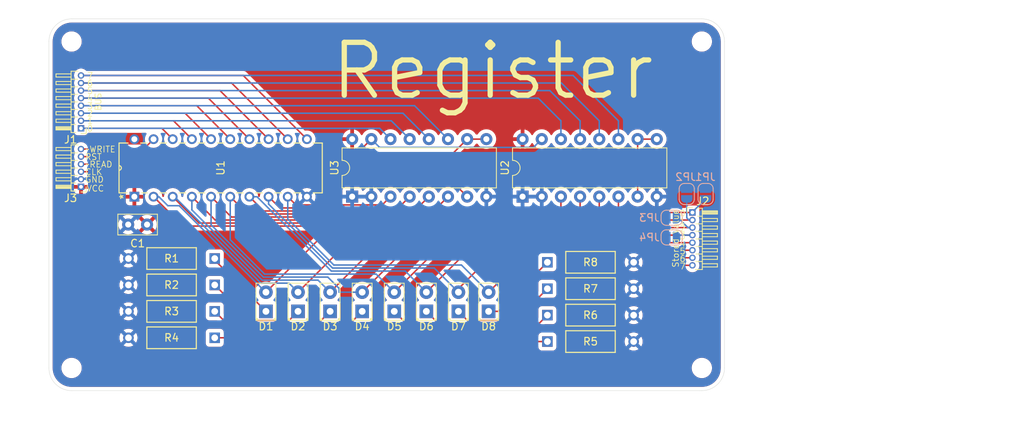
<source format=kicad_pcb>
(kicad_pcb (version 20240108) (generator "pcbnew") (generator_version "8.0")
  (layers (0 "F.Cu" signal) (31 "B.Cu" signal) (34 "B.Paste" user) (35 "F.Paste" user) (36 "B.SilkS" user "B.Silkscreen") (37 "F.SilkS" user "F.Silkscreen") (38 "B.Mask" user) (39 "F.Mask" user) (44 "Edge.Cuts" user))
  (net 0 "")
  (net 1 "GND")
  (net 2 "+5V")
  (net 3 "Net-(D1-K)")
  (net 4 "Net-(D1-A)")
  (net 5 "Net-(D2-K)")
  (net 6 "Net-(D2-A)")
  (net 7 "Net-(D3-K)")
  (net 8 "Net-(D3-A)")
  (net 9 "Net-(D4-A)")
  (net 10 "Net-(D4-K)")
  (net 11 "Net-(D5-A)")
  (net 12 "Net-(D5-K)")
  (net 13 "Net-(D6-A)")
  (net 14 "Net-(D6-K)")
  (net 15 "Net-(D7-K)")
  (net 16 "Net-(D7-A)")
  (net 17 "Net-(D8-K)")
  (net 18 "Net-(D8-A)")
  (net 19 "/Bus2")
  (net 20 "/Bus3")
  (net 21 "/Bus7")
  (net 22 "/Bus5")
  (net 23 "/Bus6")
  (net 24 "/Bus1")
  (net 25 "/Bus0")
  (net 26 "/Bus4")
  (net 27 "/~{WRITE}")
  (net 28 "/~{READ}")
  (net 29 "/CLK")
  (net 30 "/RST")
  (footprint "_DownloadFootprints:CF_series_Resistors_THT" (layer "F.Cu") (at 128.285 76)
    (property "Reference" "R7" (at 5.715 0 0) (layer "F.SilkS"))
    (property "Value" "220")
    (pad "1" thru_hole rect (at 0 0) (size 1.397 1.397) (drill 0.889) (layers "*.Cu" "*.Mask") (net 15 "Net-(D7-K)"))
    (pad "2" thru_hole circle (at 11.43 0) (size 1.397 1.397) (drill 0.889) (layers "*.Cu" "*.Mask") (net 1 "GND"))
  )
  (footprint "Package_DIP:DIP-16_W7.62mm" (layer "F.Cu") (at 125 63.8 90)
    (property "Reference" "U2" (at 3.81 -2.33 90) (layer "F.SilkS"))
    (property "Value" "74LS173")
    (pad "1" thru_hole rect (at 0 0 90) (size 1.6 1.6) (drill 0.8) (layers "*.Cu" "*.Mask") (net 1 "GND"))
    (pad "2" thru_hole oval (at 0 2.54 90) (size 1.6 1.6) (drill 0.8) (layers "*.Cu" "*.Mask") (net 1 "GND"))
    (pad "3" thru_hole oval (at 0 5.08 90) (size 1.6 1.6) (drill 0.8) (layers "*.Cu" "*.Mask") (net 9 "Net-(D4-A)"))
    (pad "4" thru_hole oval (at 0 7.62 90) (size 1.6 1.6) (drill 0.8) (layers "*.Cu" "*.Mask") (net 8 "Net-(D3-A)"))
    (pad "5" thru_hole oval (at 0 10.16 90) (size 1.6 1.6) (drill 0.8) (layers "*.Cu" "*.Mask") (net 6 "Net-(D2-A)"))
    (pad "6" thru_hole oval (at 0 12.7 90) (size 1.6 1.6) (drill 0.8) (layers "*.Cu" "*.Mask") (net 4 "Net-(D1-A)"))
    (pad "7" thru_hole oval (at 0 15.24 90) (size 1.6 1.6) (drill 0.8) (layers "*.Cu" "*.Mask") (net 29 "/CLK"))
    (pad "8" thru_hole oval (at 0 17.78 90) (size 1.6 1.6) (drill 0.8) (layers "*.Cu" "*.Mask") (net 1 "GND"))
    (pad "9" thru_hole oval (at 7.62 17.78 90) (size 1.6 1.6) (drill 0.8) (layers "*.Cu" "*.Mask") (net 28 "/~{READ}"))
    (pad "10" thru_hole oval (at 7.62 15.24 90) (size 1.6 1.6) (drill 0.8) (layers "*.Cu" "*.Mask") (net 28 "/~{READ}"))
    (pad "11" thru_hole oval (at 7.62 12.7 90) (size 1.6 1.6) (drill 0.8) (layers "*.Cu" "*.Mask") (net 21 "/Bus7"))
    (pad "12" thru_hole oval (at 7.62 10.16 90) (size 1.6 1.6) (drill 0.8) (layers "*.Cu" "*.Mask") (net 23 "/Bus6"))
    (pad "13" thru_hole oval (at 7.62 7.62 90) (size 1.6 1.6) (drill 0.8) (layers "*.Cu" "*.Mask") (net 22 "/Bus5"))
    (pad "14" thru_hole oval (at 7.62 5.08 90) (size 1.6 1.6) (drill 0.8) (layers "*.Cu" "*.Mask") (net 26 "/Bus4"))
    (pad "15" thru_hole oval (at 7.62 2.54 90) (size 1.6 1.6) (drill 0.8) (layers "*.Cu" "*.Mask") (net 30 "/RST"))
    (pad "16" thru_hole oval (at 7.62 0 90) (size 1.6 1.6) (drill 0.8) (layers "*.Cu" "*.Mask") (net 2 "+5V"))
  )
  (footprint "MountingHole:MountingHole_2.2mm_M2" (layer "F.Cu") (at 148.75 43.25)
    (property "Reference" "REF**" (hide yes))
    (property "Value" "MountingHole_2.2mm_M2")
    (pad "" np_thru_hole circle (at 0 0) (size 2.2 2.2) (drill 2.2) (layers "F&B.Cu" "*.Mask"))
  )
  (footprint "LED_THT:LED_D2.0mm_W4.8mm_H2.5mm_FlatTop" (layer "F.Cu") (at 99.5 79 90)
    (property "Reference" "D3" (at -2 0 180) (layer "F.SilkS"))
    (property "Value" "LED")
    (pad "1" thru_hole rect (at 0 0 90) (size 1.8 1.8) (drill 0.9) (layers "*.Cu" "*.Mask") (net 7 "Net-(D3-K)"))
    (pad "2" thru_hole circle (at 2.54 0 90) (size 1.8 1.8) (drill 0.9) (layers "*.Cu" "*.Mask") (net 8 "Net-(D3-A)"))
  )
  (footprint "LED_THT:LED_D2.0mm_W4.8mm_H2.5mm_FlatTop" (layer "F.Cu") (at 95.25 79 90)
    (property "Reference" "D2" (at -2 0 180) (layer "F.SilkS"))
    (property "Value" "LED")
    (pad "1" thru_hole rect (at 0 0 90) (size 1.8 1.8) (drill 0.9) (layers "*.Cu" "*.Mask") (net 5 "Net-(D2-K)"))
    (pad "2" thru_hole circle (at 2.54 0 90) (size 1.8 1.8) (drill 0.9) (layers "*.Cu" "*.Mask") (net 6 "Net-(D2-A)"))
  )
  (footprint "_DownloadFootprints:CF_series_Resistors_THT" (layer "F.Cu") (at 84.215 82.5 180)
    (property "Reference" "R4" (at 5.715 0 0) (layer "F.SilkS"))
    (property "Value" "220")
    (pad "1" thru_hole rect (at 0 0 180) (size 1.397 1.397) (drill 0.889) (layers "*.Cu" "*.Mask") (net 10 "Net-(D4-K)"))
    (pad "2" thru_hole circle (at 11.43 0 180) (size 1.397 1.397) (drill 0.889) (layers "*.Cu" "*.Mask") (net 1 "GND"))
  )
  (footprint "_DownloadFootprints:CF_series_Resistors_THT" (layer "F.Cu") (at 128.285 83)
    (property "Reference" "R5" (at 5.715 0 0) (layer "F.SilkS"))
    (property "Value" "220")
    (pad "1" thru_hole rect (at 0 0) (size 1.397 1.397) (drill 0.889) (layers "*.Cu" "*.Mask") (net 12 "Net-(D5-K)"))
    (pad "2" thru_hole circle (at 11.43 0) (size 1.397 1.397) (drill 0.889) (layers "*.Cu" "*.Mask") (net 1 "GND"))
  )
  (footprint "_DownloadFootprints:CF_series_Resistors_THT" (layer "F.Cu") (at 128.285 79.5)
    (property "Reference" "R6" (at 5.715 0 0) (layer "F.SilkS"))
    (property "Value" "220")
    (pad "1" thru_hole rect (at 0 0) (size 1.397 1.397) (drill 0.889) (layers "*.Cu" "*.Mask") (net 14 "Net-(D6-K)"))
    (pad "2" thru_hole circle (at 11.43 0) (size 1.397 1.397) (drill 0.889) (layers "*.Cu" "*.Mask") (net 1 "GND"))
  )
  (footprint "LED_THT:LED_D2.0mm_W4.8mm_H2.5mm_FlatTop" (layer "F.Cu") (at 91 79 90)
    (property "Reference" "D1" (at -2 0 180) (layer "F.SilkS"))
    (property "Value" "LED")
    (pad "1" thru_hole rect (at 0 0 90) (size 1.8 1.8) (drill 0.9) (layers "*.Cu" "*.Mask") (net 3 "Net-(D1-K)"))
    (pad "2" thru_hole circle (at 2.54 0 90) (size 1.8 1.8) (drill 0.9) (layers "*.Cu" "*.Mask") (net 4 "Net-(D1-A)"))
  )
  (footprint "Connector_PinHeader_1.00mm:PinHeader_1x08_P1.00mm_Horizontal" (layer "F.Cu") (at 66.5 54.75 180)
    (property "Reference" "J1" (at 1.375 -1.5 0) (layer "F.SilkS"))
    (property "Value" "Conn_01x08_Socket")
    (pad "1" thru_hole rect (at 0 0 180) (size 0.85 0.85) (drill 0.5) (layers "*.Cu" "*.Mask") (net 25 "/Bus0"))
    (pad "2" thru_hole oval (at 0 1 180) (size 0.85 0.85) (drill 0.5) (layers "*.Cu" "*.Mask") (net 24 "/Bus1"))
    (pad "3" thru_hole oval (at 0 2 180) (size 0.85 0.85) (drill 0.5) (layers "*.Cu" "*.Mask") (net 19 "/Bus2"))
    (pad "4" thru_hole oval (at 0 3 180) (size 0.85 0.85) (drill 0.5) (layers "*.Cu" "*.Mask") (net 20 "/Bus3"))
    (pad "5" thru_hole oval (at 0 4 180) (size 0.85 0.85) (drill 0.5) (layers "*.Cu" "*.Mask") (net 26 "/Bus4"))
    (pad "6" thru_hole oval (at 0 5 180) (size 0.85 0.85) (drill 0.5) (layers "*.Cu" "*.Mask") (net 22 "/Bus5"))
    (pad "7" thru_hole oval (at 0 6 180) (size 0.85 0.85) (drill 0.5) (layers "*.Cu" "*.Mask") (net 23 "/Bus6"))
    (pad "8" thru_hole oval (at 0 7 180) (size 0.85 0.85) (drill 0.5) (layers "*.Cu" "*.Mask") (net 21 "/Bus7"))
  )
  (footprint "Connector_PinHeader_1.00mm:PinHeader_1x08_P1.00mm_Horizontal" (layer "F.Cu") (at 147.5 65.9)
    (property "Reference" "J2" (at 1.375 -1.5 0) (layer "F.SilkS"))
    (property "Value" "Conn_01x08_Socket")
    (pad "1" thru_hole rect (at 0 0) (size 0.85 0.85) (drill 0.5) (layers "*.Cu" "*.Mask") (net 4 "Net-(D1-A)"))
    (pad "2" thru_hole oval (at 0 1) (size 0.85 0.85) (drill 0.5) (layers "*.Cu" "*.Mask") (net 6 "Net-(D2-A)"))
    (pad "3" thru_hole oval (at 0 2) (size 0.85 0.85) (drill 0.5) (layers "*.Cu" "*.Mask") (net 8 "Net-(D3-A)"))
    (pad "4" thru_hole oval (at 0 3) (size 0.85 0.85) (drill 0.5) (layers "*.Cu" "*.Mask") (net 9 "Net-(D4-A)"))
    (pad "5" thru_hole oval (at 0 4) (size 0.85 0.85) (drill 0.5) (layers "*.Cu" "*.Mask") (net 11 "Net-(D5-A)"))
    (pad "6" thru_hole oval (at 0 5) (size 0.85 0.85) (drill 0.5) (layers "*.Cu" "*.Mask") (net 13 "Net-(D6-A)"))
    (pad "7" thru_hole oval (at 0 6) (size 0.85 0.85) (drill 0.5) (layers "*.Cu" "*.Mask") (net 16 "Net-(D7-A)"))
    (pad "8" thru_hole oval (at 0 7) (size 0.85 0.85) (drill 0.5) (layers "*.Cu" "*.Mask") (net 18 "Net-(D8-A)"))
  )
  (footprint "Package_DIP:DIP-16_W7.62mm" (layer "F.Cu") (at 102.42 63.8 90)
    (property "Reference" "U3" (at 3.81 -2.33 90) (layer "F.SilkS"))
    (property "Value" "74LS173")
    (pad "1" thru_hole rect (at 0 0 90) (size 1.6 1.6) (drill 0.8) (layers "*.Cu" "*.Mask") (net 1 "GND"))
    (pad "2" thru_hole oval (at 0 2.54 90) (size 1.6 1.6) (drill 0.8) (layers "*.Cu" "*.Mask") (net 1 "GND"))
    (pad "3" thru_hole oval (at 0 5.08 90) (size 1.6 1.6) (drill 0.8) (layers "*.Cu" "*.Mask") (net 18 "Net-(D8-A)"))
    (pad "4" thru_hole oval (at 0 7.62 90) (size 1.6 1.6) (drill 0.8) (layers "*.Cu" "*.Mask") (net 16 "Net-(D7-A)"))
    (pad "5" thru_hole oval (at 0 10.16 90) (size 1.6 1.6) (drill 0.8) (layers "*.Cu" "*.Mask") (net 13 "Net-(D6-A)"))
    (pad "6" thru_hole oval (at 0 12.7 90) (size 1.6 1.6) (drill 0.8) (layers "*.Cu" "*.Mask") (net 11 "Net-(D5-A)"))
    (pad "7" thru_hole oval (at 0 15.24 90) (size 1.6 1.6) (drill 0.8) (layers "*.Cu" "*.Mask") (net 29 "/CLK"))
    (pad "8" thru_hole oval (at 0 17.78 90) (size 1.6 1.6) (drill 0.8) (layers "*.Cu" "*.Mask") (net 1 "GND"))
    (pad "9" thru_hole oval (at 7.62 17.78 90) (size 1.6 1.6) (drill 0.8) (layers "*.Cu" "*.Mask") (net 28 "/~{READ}"))
    (pad "10" thru_hole oval (at 7.62 15.24 90) (size 1.6 1.6) (drill 0.8) (layers "*.Cu" "*.Mask") (net 28 "/~{READ}"))
    (pad "11" thru_hole oval (at 7.62 12.7 90) (size 1.6 1.6) (drill 0.8) (layers "*.Cu" "*.Mask") (net 20 "/Bus3"))
    (pad "12" thru_hole oval (at 7.62 10.16 90) (size 1.6 1.6) (drill 0.8) (layers "*.Cu" "*.Mask") (net 19 "/Bus2"))
    (pad "13" thru_hole oval (at 7.62 7.62 90) (size 1.6 1.6) (drill 0.8) (layers "*.Cu" "*.Mask") (net 24 "/Bus1"))
    (pad "14" thru_hole oval (at 7.62 5.08 90) (size 1.6 1.6) (drill 0.8) (layers "*.Cu" "*.Mask") (net 25 "/Bus0"))
    (pad "15" thru_hole oval (at 7.62 2.54 90) (size 1.6 1.6) (drill 0.8) (layers "*.Cu" "*.Mask") (net 30 "/RST"))
    (pad "16" thru_hole oval (at 7.62 0 90) (size 1.6 1.6) (drill 0.8) (layers "*.Cu" "*.Mask") (net 2 "+5V"))
  )
  (footprint "_DownloadFootprints:CF_series_Resistors_THT" (layer "F.Cu") (at 84.215 79 180)
    (property "Reference" "R3" (at 5.715 0 0) (layer "F.SilkS"))
    (property "Value" "220")
    (pad "1" thru_hole rect (at 0 0 180) (size 1.397 1.397) (drill 0.889) (layers "*.Cu" "*.Mask") (net 7 "Net-(D3-K)"))
    (pad "2" thru_hole circle (at 11.43 0 180) (size 1.397 1.397) (drill 0.889) (layers "*.Cu" "*.Mask") (net 1 "GND"))
  )
  (footprint "LED_THT:LED_D2.0mm_W4.8mm_H2.5mm_FlatTop" (layer "F.Cu") (at 116.5 79 90)
    (property "Reference" "D7" (at -2 0 180) (layer "F.SilkS"))
    (property "Value" "LED")
    (pad "1" thru_hole rect (at 0 0 90) (size 1.8 1.8) (drill 0.9) (layers "*.Cu" "*.Mask") (net 15 "Net-(D7-K)"))
    (pad "2" thru_hole circle (at 2.54 0 90) (size 1.8 1.8) (drill 0.9) (layers "*.Cu" "*.Mask") (net 16 "Net-(D7-A)"))
  )
  (footprint "Capacitor_THT:C_Disc_D5.0mm_W2.5mm_P2.50mm" (layer "F.Cu") (at 75.25 67.5 180)
    (property "Reference" "C1" (at 1.25 -2.5 0) (layer "F.SilkS"))
    (property "Value" "0.1uF")
    (pad "1" thru_hole circle (at 0 0 180) (size 1.6 1.6) (drill 0.8) (layers "*.Cu" "*.Mask") (net 2 "+5V"))
    (pad "2" thru_hole circle (at 2.5 0 180) (size 1.6 1.6) (drill 0.8) (layers "*.Cu" "*.Mask") (net 1 "GND"))
  )
  (footprint "LED_THT:LED_D2.0mm_W4.8mm_H2.5mm_FlatTop" (layer "F.Cu") (at 103.75 79 90)
    (property "Reference" "D4" (at -2 0 180) (layer "F.SilkS"))
    (property "Value" "LED")
    (pad "1" thru_hole rect (at 0 0 90) (size 1.8 1.8) (drill 0.9) (layers "*.Cu" "*.Mask") (net 10 "Net-(D4-K)"))
    (pad "2" thru_hole circle (at 2.54 0 90) (size 1.8 1.8) (drill 0.9) (layers "*.Cu" "*.Mask") (net 9 "Net-(D4-A)"))
  )
  (footprint "MountingHole:MountingHole_2.2mm_M2" (layer "F.Cu") (at 65.25 86.5)
    (property "Reference" "REF**" (hide yes))
    (property "Value" "MountingHole_2.2mm_M2")
    (pad "" np_thru_hole circle (at 0 0) (size 2.2 2.2) (drill 2.2) (layers "F&B.Cu" "*.Mask"))
  )
  (footprint "LED_THT:LED_D2.0mm_W4.8mm_H2.5mm_FlatTop" (layer "F.Cu") (at 112.25 79 90)
    (property "Reference" "D6" (at -2 0 180) (layer "F.SilkS"))
    (property "Value" "LED")
    (pad "1" thru_hole rect (at 0 0 90) (size 1.8 1.8) (drill 0.9) (layers "*.Cu" "*.Mask") (net 14 "Net-(D6-K)"))
    (pad "2" thru_hole circle (at 2.54 0 90) (size 1.8 1.8) (drill 0.9) (layers "*.Cu" "*.Mask") (net 13 "Net-(D6-A)"))
  )
  (footprint "MountingHole:MountingHole_2.2mm_M2" (layer "F.Cu") (at 148.75 86.5)
    (property "Reference" "REF**" (hide yes))
    (property "Value" "MountingHole_2.2mm_M2")
    (pad "" np_thru_hole circle (at 0 0) (size 2.2 2.2) (drill 2.2) (layers "F&B.Cu" "*.Mask"))
  )
  (footprint "_DownloadFootprints:CF_series_Resistors_THT" (layer "F.Cu") (at 128.285 72.5)
    (property "Reference" "R8" (at 5.715 0 0) (layer "F.SilkS"))
    (property "Value" "220")
    (pad "1" thru_hole rect (at 0 0) (size 1.397 1.397) (drill 0.889) (layers "*.Cu" "*.Mask") (net 17 "Net-(D8-K)"))
    (pad "2" thru_hole circle (at 11.43 0) (size 1.397 1.397) (drill 0.889) (layers "*.Cu" "*.Mask") (net 1 "GND"))
  )
  (footprint "_DownloadFootprints:CF_series_Resistors_THT" (layer "F.Cu") (at 84.215 72 180)
    (property "Reference" "R1" (at 5.715 0 0) (layer "F.SilkS"))
    (property "Value" "220")
    (pad "1" thru_hole rect (at 0 0 180) (size 1.397 1.397) (drill 0.889) (layers "*.Cu" "*.Mask") (net 3 "Net-(D1-K)"))
    (pad "2" thru_hole circle (at 11.43 0 180) (size 1.397 1.397) (drill 0.889) (layers "*.Cu" "*.Mask") (net 1 "GND"))
  )
  (footprint "LED_THT:LED_D2.0mm_W4.8mm_H2.5mm_FlatTop" (layer "F.Cu") (at 120.5 79 90)
    (property "Reference" "D8" (at -2 0 180) (layer "F.SilkS"))
    (property "Value" "LED")
    (pad "1" thru_hole rect (at 0 0 90) (size 1.8 1.8) (drill 0.9) (layers "*.Cu" "*.Mask") (net 17 "Net-(D8-K)"))
    (pad "2" thru_hole circle (at 2.54 0 90) (size 1.8 1.8) (drill 0.9) (layers "*.Cu" "*.Mask") (net 18 "Net-(D8-A)"))
  )
  (footprint "_DownloadFootprints:CF_series_Resistors_THT" (layer "F.Cu") (at 84.215 75.5 180)
    (property "Reference" "R2" (at 5.715 0 0) (layer "F.SilkS"))
    (property "Value" "220")
    (pad "1" thru_hole rect (at 0 0 180) (size 1.397 1.397) (drill 0.889) (layers "*.Cu" "*.Mask") (net 5 "Net-(D2-K)"))
    (pad "2" thru_hole circle (at 11.43 0 180) (size 1.397 1.397) (drill 0.889) (layers "*.Cu" "*.Mask") (net 1 "GND"))
  )
  (footprint "_DownloadFootprints:8x_tristate_transceiver" (layer "F.Cu") (at 96.43 56.19 90)
    (property "Reference" "U1" (at -3.81 -11.43 90) (layer "F.SilkS"))
    (property "Value" "SN74HCT245N")
    (fp_text user "*" (at -7.62 -24.2697 90) (layer "F.SilkS"))
    (pad "1" thru_hole rect (at -7.62 -22.86 90) (size 1.2954 1.2954) (drill 0.7874) (layers "*.Cu" "*.Mask") (net 2 "+5V"))
    (pad "2" thru_hole circle (at -7.62 -20.32 90) (size 1.2954 1.2954) (drill 0.7874) (layers "*.Cu" "*.Mask") (net 4 "Net-(D1-A)"))
    (pad "3" thru_hole circle (at -7.62 -17.78 90) (size 1.2954 1.2954) (drill 0.7874) (layers "*.Cu" "*.Mask") (net 6 "Net-(D2-A)"))
    (pad "4" thru_hole circle (at -7.62 -15.24 90) (size 1.2954 1.2954) (drill 0.7874) (layers "*.Cu" "*.Mask") (net 8 "Net-(D3-A)"))
    (pad "5" thru_hole circle (at -7.62 -12.7 90) (size 1.2954 1.2954) (drill 0.7874) (layers "*.Cu" "*.Mask") (net 9 "Net-(D4-A)"))
    (pad "6" thru_hole circle (at -7.62 -10.16 90) (size 1.2954 1.2954) (drill 0.7874) (layers "*.Cu" "*.Mask") (net 11 "Net-(D5-A)"))
    (pad "7" thru_hole circle (at -7.62 -7.62 90) (size 1.2954 1.2954) (drill 0.7874) (layers "*.Cu" "*.Mask") (net 13 "Net-(D6-A)"))
    (pad "8" thru_hole circle (at -7.62 -5.08 90) (size 1.2954 1.2954) (drill 0.7874) (layers "*.Cu" "*.Mask") (net 16 "Net-(D7-A)"))
    (pad "9" thru_hole circle (at -7.62 -2.54 90) (size 1.2954 1.2954) (drill 0.7874) (layers "*.Cu" "*.Mask") (net 18 "Net-(D8-A)"))
    (pad "10" thru_hole circle (at -7.62 0 90) (size 1.2954 1.2954) (drill 0.7874) (layers "*.Cu" "*.Mask") (net 1 "GND"))
    (pad "11" thru_hole circle (at 0 0 90) (size 1.2954 1.2954) (drill 0.7874) (layers "*.Cu" "*.Mask") (net 21 "/Bus7"))
    (pad "12" thru_hole circle (at 0 -2.54 90) (size 1.2954 1.2954) (drill 0.7874) (layers "*.Cu" "*.Mask") (net 23 "/Bus6"))
    (pad "13" thru_hole circle (at 0 -5.08 90) (size 1.2954 1.2954) (drill 0.7874) (layers "*.Cu" "*.Mask") (net 22 "/Bus5"))
    (pad "14" thru_hole circle (at 0 -7.62 90) (size 1.2954 1.2954) (drill 0.7874) (layers "*.Cu" "*.Mask") (net 26 "/Bus4"))
    (pad "15" thru_hole circle (at 0 -10.16 90) (size 1.2954 1.2954) (drill 0.7874) (layers "*.Cu" "*.Mask") (net 20 "/Bus3"))
    (pad "16" thru_hole circle (at 0 -12.7 90) (size 1.2954 1.2954) (drill 0.7874) (layers "*.Cu" "*.Mask") (net 19 "/Bus2"))
    (pad "17" thru_hole circle (at 0 -15.24 90) (size 1.2954 1.2954) (drill 0.7874) (layers "*.Cu" "*.Mask") (net 24 "/Bus1"))
    (pad "18" thru_hole circle (at 0 -17.78 90) (size 1.2954 1.2954) (drill 0.7874) (layers "*.Cu" "*.Mask") (net 25 "/Bus0"))
    (pad "19" thru_hole circle (at 0 -20.32 90) (size 1.2954 1.2954) (drill 0.7874) (layers "*.Cu" "*.Mask") (net 27 "/~{WRITE}"))
    (pad "20" thru_hole circle (at 0 -22.86 90) (size 1.2954 1.2954) (drill 0.7874) (layers "*.Cu" "*.Mask") (net 2 "+5V"))
  )
  (footprint "Connector_PinHeader_1.00mm:PinHeader_1x06_P1.00mm_Horizontal" (layer "F.Cu") (at 66.5 62.5 180)
    (property "Reference" "J3" (at 1.375 -1.5 0) (layer "F.SilkS"))
    (property "Value" "Conn_01x06_Pin")
    (pad "1" thru_hole rect (at 0 0 180) (size 0.85 0.85) (drill 0.5) (layers "*.Cu" "*.Mask") (net 2 "+5V"))
    (pad "2" thru_hole oval (at 0 1 180) (size 0.85 0.85) (drill 0.5) (layers "*.Cu" "*.Mask") (net 1 "GND"))
    (pad "3" thru_hole oval (at 0 2 180) (size 0.85 0.85) (drill 0.5) (layers "*.Cu" "*.Mask") (net 29 "/CLK"))
    (pad "4" thru_hole oval (at 0 3 180) (size 0.85 0.85) (drill 0.5) (layers "*.Cu" "*.Mask") (net 28 "/~{READ}"))
    (pad "5" thru_hole oval (at 0 4 180) (size 0.85 0.85) (drill 0.5) (layers "*.Cu" "*.Mask") (net 30 "/RST"))
    (pad "6" thru_hole oval (at 0 5 180) (size 0.85 0.85) (drill 0.5) (layers "*.Cu" "*.Mask") (net 27 "/~{WRITE}"))
  )
  (footprint "MountingHole:MountingHole_2.2mm_M2" (layer "F.Cu") (at 65.25 43.25)
    (property "Reference" "REF**" (hide yes))
    (property "Value" "MountingHole_2.2mm_M2")
    (pad "" np_thru_hole circle (at 0 0) (size 2.2 2.2) (drill 2.2) (layers "*.Cu" "*.Mask"))
  )
  (footprint "LED_THT:LED_D2.0mm_W4.8mm_H2.5mm_FlatTop" (layer "F.Cu") (at 108 79 90)
    (property "Reference" "D5" (at -2 0 180) (layer "F.SilkS"))
    (property "Value" "LED")
    (pad "1" thru_hole rect (at 0 0 90) (size 1.8 1.8) (drill 0.9) (layers "*.Cu" "*.Mask") (net 12 "Net-(D5-K)"))
    (pad "2" thru_hole circle (at 2.54 0 90) (size 1.8 1.8) (drill 0.9) (layers "*.Cu" "*.Mask") (net 11 "Net-(D5-A)"))
  )
  (footprint "Jumper:SolderJumper-2_P1.3mm_Open_RoundedPad1.0x1.5mm" (layer "B.Cu") (at 144.75 69.2)
    (property "Reference" "JP4" (at -2.95 0 360) (layer "B.SilkS") (effects (justify mirror)))
    (property "Value" "SolderJumper_2_Open")
    (pad "1" smd custom (at -0.65 0) (size 1 0.5) (layers "B.Cu" "B.Mask") (net 1 "GND") (options (clearance outline) (anchor rect)) (primitives (gr_circle (center 0 -0.25) (end 0.5 -0.25) (width 0) (fill yes)) (gr_circle (center 0 0.25) (end 0.5 0.25) (width 0) (fill yes)) (gr_poly (pts (xy 0.5 -0.75) (xy 0 -0.75) (xy 0 0.75) (xy 0.5 0.75)) (width 0) (fill yes))))
    (pad "2" smd custom (at 0.65 0) (size 1 0.5) (layers "B.Cu" "B.Mask") (net 9 "Net-(D4-A)") (options (clearance outline) (anchor rect)) (primitives (gr_circle (center 0 -0.25) (end 0.5 -0.25) (width 0) (fill yes)) (gr_circle (center 0 0.25) (end 0.5 0.25) (width 0) (fill yes)) (gr_poly (pts (xy 0 -0.75) (xy -0.5 -0.75) (xy -0.5 0.75) (xy 0 0.75)) (width 0) (fill yes))))
  )
  (footprint "Jumper:SolderJumper-2_P1.3mm_Open_RoundedPad1.0x1.5mm" (layer "B.Cu") (at 149.25 63.45 -90)
    (property "Reference" "JP1" (at -2.25 0.05 360) (layer "B.SilkS") (effects (justify mirror)))
    (property "Value" "SolderJumper_2_Open")
    (pad "1" smd custom (at -0.65 0 270) (size 1 0.5) (layers "B.Cu" "B.Mask") (net 1 "GND") (options (clearance outline) (anchor rect)) (primitives (gr_circle (center 0 -0.25) (end 0.5 -0.25) (width 0) (fill yes)) (gr_circle (center 0 0.25) (end 0.5 0.25) (width 0) (fill yes)) (gr_poly (pts (xy 0.5 -0.75) (xy 0 -0.75) (xy 0 0.75) (xy 0.5 0.75)) (width 0) (fill yes))))
    (pad "2" smd custom (at 0.65 0 270) (size 1 0.5) (layers "B.Cu" "B.Mask") (net 4 "Net-(D1-A)") (options (clearance outline) (anchor rect)) (primitives (gr_circle (center 0 -0.25) (end 0.5 -0.25) (width 0) (fill yes)) (gr_circle (center 0 0.25) (end 0.5 0.25) (width 0) (fill yes)) (gr_poly (pts (xy 0 -0.75) (xy -0.5 -0.75) (xy -0.5 0.75) (xy 0 0.75)) (width 0) (fill yes))))
  )
  (footprint "Jumper:SolderJumper-2_P1.3mm_Open_RoundedPad1.0x1.5mm" (layer "B.Cu") (at 144.75 66.6)
    (property "Reference" "JP3" (at -2.95 0 360) (layer "B.SilkS") (effects (justify mirror)))
    (property "Value" "SolderJumper_2_Open")
    (pad "1" smd custom (at -0.65 0) (size 1 0.5) (layers "B.Cu" "B.Mask") (net 1 "GND") (options (clearance outline) (anchor rect)) (primitives (gr_circle (center 0 -0.25) (end 0.5 -0.25) (width 0) (fill yes)) (gr_circle (center 0 0.25) (end 0.5 0.25) (width 0) (fill yes)) (gr_poly (pts (xy 0.5 -0.75) (xy 0 -0.75) (xy 0 0.75) (xy 0.5 0.75)) (width 0) (fill yes))))
    (pad "2" smd custom (at 0.65 0) (size 1 0.5) (layers "B.Cu" "B.Mask") (net 8 "Net-(D3-A)") (options (clearance outline) (anchor rect)) (primitives (gr_circle (center 0 -0.25) (end 0.5 -0.25) (width 0) (fill yes)) (gr_circle (center 0 0.25) (end 0.5 0.25) (width 0) (fill yes)) (gr_poly (pts (xy 0 -0.75) (xy -0.5 -0.75) (xy -0.5 0.75) (xy 0 0.75)) (width 0) (fill yes))))
  )
  (footprint "Jumper:SolderJumper-2_P1.3mm_Open_RoundedPad1.0x1.5mm" (layer "B.Cu") (at 146.75 63.45 -90)
    (property "Reference" "JP2" (at -2.25 0.15 360) (layer "B.SilkS") (effects (justify mirror)))
    (property "Value" "SolderJumper_2_Open")
    (pad "1" smd custom (at -0.65 0 270) (size 1 0.5) (layers "B.Cu" "B.Mask") (net 1 "GND") (options (clearance outline) (anchor rect)) (primitives (gr_circle (center 0 -0.25) (end 0.5 -0.25) (width 0) (fill yes)) (gr_circle (center 0 0.25) (end 0.5 0.25) (width 0) (fill yes)) (gr_poly (pts (xy 0.5 -0.75) (xy 0 -0.75) (xy 0 0.75) (xy 0.5 0.75)) (width 0) (fill yes))))
    (pad "2" smd custom (at 0.65 0 270) (size 1 0.5) (layers "B.Cu" "B.Mask") (net 6 "Net-(D2-A)") (options (clearance outline) (anchor rect)) (primitives (gr_circle (center 0 -0.25) (end 0.5 -0.25) (width 0) (fill yes)) (gr_circle (center 0 0.25) (end 0.5 0.25) (width 0) (fill yes)) (gr_poly (pts (xy 0 -0.75) (xy -0.5 -0.75) (xy -0.5 0.75) (xy 0 0.75)) (width 0) (fill yes))))
  )
  (gr_arc (start 62.25 43.25) (mid 63.12868 41.12868) (end 65.25 40.25) (stroke (width 0.05)) (layer "Edge.Cuts"))
  (gr_arc (start 151.75 86.5) (mid 150.87132 88.62132) (end 148.75 89.5) (stroke (width 0.05)) (layer "Edge.Cuts"))
  (gr_line (start 151.75 43.25) (end 151.75 86.5) (stroke (width 0.05)) (layer "Edge.Cuts"))
  (gr_line (start 148.75 89.5) (end 65.25 89.5) (stroke (width 0.05)) (layer "Edge.Cuts"))
  (gr_arc (start 65.25 89.5) (mid 63.12868 88.62132) (end 62.25 86.5) (stroke (width 0.05)) (layer "Edge.Cuts"))
  (gr_arc (start 148.75 40.25) (mid 150.87132 41.12868) (end 151.75 43.25) (stroke (width 0.05)) (layer "Edge.Cuts"))
  (gr_line (start 65.25 40.25) (end 148.75 40.25) (stroke (width 0.05)) (layer "Edge.Cuts"))
  (gr_line (start 62.25 86.5) (end 62.25 43.25) (stroke (width 0.05)) (layer "Edge.Cuts"))
  (gr_text "4" (at 145.75 70.5 0) (layer "F.SilkS") (effects (font (size 0.8 0.8) (thickness 0.1)) (justify left bottom)))
  (gr_text "0" (at 67.25 55.25 0) (layer "F.SilkS") (effects (font (size 0.8 0.8) (thickness 0.1)) (justify left bottom)))
  (gr_text "3" (at 67.25 52.25 0) (layer "F.SilkS") (effects (font (size 0.8 0.8) (thickness 0.1)) (justify left bottom)))
  (gr_text "5" (at 67.25 50.25 0) (layer "F.SilkS") (effects (font (size 0.8 0.8) (thickness 0.1)) (justify left bottom)))
  (gr_text "1" (at 67.25 54.25 0) (layer "F.SilkS") (effects (font (size 0.8 0.8) (thickness 0.1)) (justify left bottom)))
  (gr_text "~READ" (at 67 60 0) (layer "F.SilkS") (effects (font (size 0.8 0.8) (thickness 0.1)) (justify left bottom)))
  (gr_text "0" (at 145.75 66.5 0) (layer "F.SilkS") (effects (font (size 0.8 0.8) (thickness 0.1)) (justify left bottom)))
  (gr_text "7" (at 67.25 48.25 0) (layer "F.SilkS") (effects (font (size 0.8 0.8) (thickness 0.1)) (justify left bottom)))
  (gr_text "2" (at 145.75 68.5 0) (layer "F.SilkS") (effects (font (size 0.8 0.8) (thickness 0.1)) (justify left bottom)))
  (gr_text "3" (at 145.75 69.5 0) (layer "F.SilkS") (effects (font (size 0.8 0.8) (thickness 0.1)) (justify left bottom)))
  (gr_text "1" (at 145.75 67.5 0) (layer "F.SilkS") (effects (font (size 0.8 0.8) (thickness 0.1)) (justify left bottom)))
  (gr_text "CLK" (at 67 61 0) (layer "F.SilkS") (effects (font (size 0.8 0.8) (thickness 0.1)) (justify left bottom)))
  (gr_text "RST" (at 67 59 0) (layer "F.SilkS") (effects (font (size 0.8 0.8) (thickness 0.1)) (justify left bottom)))
  (gr_text "7" (at 145.75 73.5 0) (layer "F.SilkS") (effects (font (size 0.8 0.8) (thickness 0.1)) (justify left bottom)))
  (gr_text "BUS" (at 69.25 52.5 90) (layer "F.SilkS") (effects (font (size 0.8 0.8) (thickness 0.1)) (justify left bottom)))
  (gr_text "6" (at 67.25 49.25 0) (layer "F.SilkS") (effects (font (size 0.8 0.8) (thickness 0.1)) (justify left bottom)))
  (gr_text "~WRITE" (at 67 58 0) (layer "F.SilkS") (effects (font (size 0.8 0.8) (thickness 0.1)) (justify left bottom)))
  (gr_text "2" (at 67.25 53.25 0) (layer "F.SilkS") (effects (font (size 0.8 0.8) (thickness 0.1)) (justify left bottom)))
  (gr_text "Stored Value" (at 145.75 73.25 90) (layer "F.SilkS") (effects (font (size 0.8 0.8) (thickness 0.1)) (justify left bottom)))
  (gr_text "6" (at 145.75 72.5 0) (layer "F.SilkS") (effects (font (size 0.8 0.8) (thickness 0.1)) (justify left bottom)))
  (gr_text "4" (at 67.25 51.25 0) (layer "F.SilkS") (effects (font (size 0.8 0.8) (thickness 0.1)) (justify left bottom)))
  (gr_text "VCC" (at 67.185 63.185 0) (layer "F.SilkS") (effects (font (size 0.8 0.8) (thickness 0.1)) (justify left bottom)))
  (gr_text "Register" (at 99.25 51.25 0) (layer "F.SilkS") (effects (font (size 7 7) (thickness 0.7)) (justify left bottom)))
  (gr_text "GND" (at 67 62 0) (layer "F.SilkS") (effects (font (size 0.8 0.8) (thickness 0.1)) (justify left bottom)))
  (gr_text "5" (at 145.75 71.5 0) (layer "F.SilkS") (effects (font (size 0.8 0.8) (thickness 0.1)) (justify left bottom)))
  (segment (start 91 79) (end 84.215 72.215) (width 0.2) (layer "F.Cu") (net 3))
  (segment (start 84.215 72.215) (end 84.215 72) (width 0.2) (layer "F.Cu") (net 3))
  (segment (start 143.6 65.9) (end 147.5 65.9) (width 0.2) (layer "F.Cu") (net 4))
  (segment (start 99.76 67.7) (end 91 76.46) (width 0.2) (layer "F.Cu") (net 4))
  (segment (start 137.7 63.8) (end 137.7 66.22) (width 0.2) (layer "F.Cu") (net 4))
  (segment (start 141.8 67.7) (end 143.6 65.9) (width 0.2) (layer "F.Cu") (net 4))
  (segment (start 141.8 67.7) (end 99.76 67.7) (width 0.2) (layer "F.Cu") (net 4))
  (segment (start 80 67.7) (end 76.11 63.81) (width 0.2) (layer "F.Cu") (net 4))
  (segment (start 136.22 67.7) (end 80 67.7) (width 0.2) (layer "F.Cu") (net 4))
  (segment (start 137.7 66.22) (end 136.22 67.7) (width 0.2) (layer "F.Cu") (net 4))
  (segment (start 79.5 65) (end 78 65) (width 0.2) (layer "B.Cu") (net 4))
  (segment (start 91 76.46) (end 90.96 76.46) (width 0.2) (layer "B.Cu") (net 4))
  (segment (start 78 65) (end 76.81 63.81) (width 0.2) (layer "B.Cu") (net 4))
  (segment (start 90.96 76.46) (end 79.5 65) (width 0.2) (layer "B.Cu") (net 4))
  (segment (start 76.81 63.81) (end 76.11 63.81) (width 0.2) (layer "B.Cu") (net 4))
  (segment (start 147.5 65.85) (end 147.5 65.9) (width 0.2) (layer "B.Cu") (net 4))
  (segment (start 149.25 64.1) (end 147.5 65.85) (width 0.2) (layer "B.Cu") (net 4))
  (segment (start 95.25 79) (end 94.05 80.2) (width 0.2) (layer "F.Cu") (net 5))
  (segment (start 88.915 80.2) (end 84.215 75.5) (width 0.2) (layer "F.Cu") (net 5))
  (segment (start 94.05 80.2) (end 88.915 80.2) (width 0.2) (layer "F.Cu") (net 5))
  (segment (start 143.165686 66.9) (end 147.5 66.9) (width 0.2) (layer "F.Cu") (net 6))
  (segment (start 82.14 67.3) (end 134.08 67.3) (width 0.2) (layer "F.Cu") (net 6))
  (segment (start 78.65 63.81) (end 82.14 67.3) (width 0.2) (layer "F.Cu") (net 6))
  (segment (start 141.965686 68.1) (end 143.165686 66.9) (width 0.2) (layer "F.Cu") (net 6))
  (segment (start 103.61 68.1) (end 95.25 76.46) (width 0.2) (layer "F.Cu") (net 6))
  (segment (start 141.965686 68.1) (end 103.61 68.1) (width 0.2) (layer "F.Cu") (net 6))
  (segment (start 134.08 67.3) (end 135.16 66.22) (width 0.2) (layer "F.Cu") (net 6))
  (segment (start 135.16 66.22) (end 135.16 63.8) (width 0.2) (layer "F.Cu") (net 6))
  (segment (start 146.75 64.1) (end 146.75 66.6) (width 0.2) (layer "B.Cu") (net 6))
  (segment (start 147.05 66.9) (end 147.5 66.9) (width 0.2) (layer "B.Cu") (net 6))
  (segment (start 146.75 66.6) (end 147.05 66.9) (width 0.2) (layer "B.Cu") (net 6))
  (segment (start 95.25 76.46) (end 94.05 75.26) (width 0.2) (layer "B.Cu") (net 6))
  (segment (start 78.875686 63.81) (end 78.65 63.81) (width 0.2) (layer "B.Cu") (net 6))
  (segment (start 90.325686 75.26) (end 78.875686 63.81) (width 0.2) (layer "B.Cu") (net 6))
  (segment (start 94.05 75.26) (end 90.325686 75.26) (width 0.2) (layer "B.Cu") (net 6))
  (segment (start 85.815 80.6) (end 84.215 79) (width 0.2) (layer "F.Cu") (net 7))
  (segment (start 97.9 80.6) (end 85.815 80.6) (width 0.2) (layer "F.Cu") (net 7))
  (segment (start 99.5 79) (end 97.9 80.6) (width 0.2) (layer "F.Cu") (net 7))
  (segment (start 132.62 63.8) (end 132.62 66.22) (width 0.2) (layer "F.Cu") (net 8))
  (segment (start 107.46 68.5) (end 142.131372 68.5) (width 0.2) (layer "F.Cu") (net 8))
  (segment (start 84.28 66.9) (end 81.19 63.81) (width 0.2) (layer "F.Cu") (net 8))
  (segment (start 131.94 66.9) (end 84.28 66.9) (width 0.2) (layer "F.Cu") (net 8))
  (segment (start 99.5 76.46) (end 107.46 68.5) (width 0.2) (layer "F.Cu") (net 8))
  (segment (start 142.131372 68.5) (end 142.731372 67.9) (width 0.2) (layer "F.Cu") (net 8))
  (segment (start 132.62 66.22) (end 131.94 66.9) (width 0.2) (layer "F.Cu") (net 8))
  (segment (start 142.731372 67.9) (end 147.5 67.9) (width 0.2) (layer "F.Cu") (net 8))
  (segment (start 146.9 67.9) (end 147.5 67.9) (width 0.2) (layer "B.Cu") (net 8))
  (segment (start 81.19 65.558628) (end 81.19 63.81) (width 0.2) (layer "B.Cu") (net 8))
  (segment (start 99.5 76.46) (end 97.9 74.86) (width 0.2) (layer "B.Cu") (net 8))
  (segment (start 145.4 66.6) (end 145.6 66.6) (width 0.2) (layer "B.Cu") (net 8))
  (segment (start 97.9 74.86) (end 90.491372 74.86) (width 0.2) (layer "B.Cu") (net 8))
  (segment (start 145.6 66.6) (end 146.9 67.9) (width 0.2) (layer "B.Cu") (net 8))
  (segment (start 90.491372 74.86) (end 81.19 65.558628) (width 0.2) (layer "B.Cu") (net 8))
  (segment (start 111.31 68.9) (end 147.5 68.9) (width 0.2) (layer "F.Cu") (net 9))
  (segment (start 86.42 66.5) (end 129.8 66.5) (width 0.2) (layer "F.Cu") (net 9))
  (segment (start 129.8 66.5) (end 130.08 66.22) (width 0.2) (layer "F.Cu") (net 9))
  (segment (start 83.73 63.81) (end 86.42 66.5) (width 0.2) (layer "F.Cu") (net 9))
  (segment (start 103.75 76.46) (end 111.31 68.9) (width 0.2) (layer "F.Cu") (net 9))
  (segment (start 130.08 66.22) (end 130.08 63.8) (width 0.2) (layer "F.Cu") (net 9))
  (segment (start 99.197057 74.46) (end 90.657058 74.46) (width 0.2) (layer "B.Cu") (net 9))
  (segment (start 100.7 75.962943) (end 99.197057 74.46) (width 0.2) (layer "B.Cu") (net 9))
  (segment (start 83.73 67.532942) (end 83.73 63.81) (width 0.2) (layer "B.Cu") (net 9))
  (segment (start 90.657058 74.46) (end 83.73 67.532942) (width 0.2) (layer "B.Cu") (net 9))
  (segment (start 145.4 69.2) (end 145.6 69.2) (width 0.2) (layer "B.Cu") (net 9))
  (segment (start 103.75 76.46) (end 100.7 76.46) (width 0.2) (layer "B.Cu") (net 9))
  (segment (start 145.9 68.9) (end 147.5 68.9) (width 0.2) (layer "B.Cu") (net 9))
  (segment (start 100.7 76.46) (end 100.7 75.962943) (width 0.2) (layer "B.Cu") (net 9))
  (segment (start 145.6 69.2) (end 145.9 68.9) (width 0.2) (layer "B.Cu") (net 9))
  (segment (start 100.25 82.5) (end 84.215 82.5) (width 0.2) (layer "F.Cu") (net 10))
  (segment (start 103.75 79) (end 100.25 82.5) (width 0.2) (layer "F.Cu") (net 10))
  (segment (start 112.82 66.1) (end 88.56 66.1) (width 0.2) (layer "F.Cu") (net 11))
  (segment (start 115.16 69.3) (end 142.446068 69.3) (width 0.2) (layer "F.Cu") (net 11))
  (segment (start 142.446068 69.3) (end 143.046068 69.9) (width 0.2) (layer "F.Cu") (net 11))
  (segment (start 108 76.46) (end 115.16 69.3) (width 0.2) (layer "F.Cu") (net 11))
  (segment (start 143.046068 69.9) (end 147.5 69.9) (width 0.2) (layer "F.Cu") (net 11))
  (segment (start 88.56 66.1) (end 86.27 63.81) (width 0.2) (layer "F.Cu") (net 11))
  (segment (start 115.12 63.8) (end 112.82 66.1) (width 0.2) (layer "F.Cu") (net 11))
  (segment (start 90.822744 74.06) (end 105.6 74.06) (width 0.2) (layer "B.Cu") (net 11))
  (segment (start 105.6 74.06) (end 108 76.46) (width 0.2) (layer "B.Cu") (net 11))
  (segment (start 86.27 69.507256) (end 90.822744 74.06) (width 0.2) (layer "B.Cu") (net 11))
  (segment (start 86.27 63.81) (end 86.27 69.507256) (width 0.2) (layer "B.Cu") (net 11))
  (segment (start 112 83) (end 128.285 83) (width 0.2) (layer "F.Cu") (net 12))
  (segment (start 108 79) (end 112 83) (width 0.2) (layer "F.Cu") (net 12))
  (segment (start 112.58 63.8) (end 110.68 65.7) (width 0.2) (layer "F.Cu") (net 13))
  (segment (start 110.68 65.7) (end 90.7 65.7) (width 0.2) (layer "F.Cu") (net 13))
  (segment (start 142.280382 69.7) (end 143.480382 70.9) (width 0.2) (layer "F.Cu") (net 13))
  (segment (start 90.7 65.7) (end 88.81 63.81) (width 0.2) (layer "F.Cu") (net 13))
  (segment (start 143.480382 70.9) (end 147.5 70.9) (width 0.2) (layer "F.Cu") (net 13))
  (segment (start 119.01 69.7) (end 142.280382 69.7) (width 0.2) (layer "F.Cu") (net 13))
  (segment (start 112.25 76.46) (end 119.01 69.7) (width 0.2) (layer "F.Cu") (net 13))
  (segment (start 109.45 73.66) (end 112.25 76.46) (width 0.2) (layer "B.Cu") (net 13))
  (segment (start 89.81 63.81) (end 99.66 73.66) (width 0.2) (layer "B.Cu") (net 13))
  (segment (start 99.66 73.66) (end 109.45 73.66) (width 0.2) (layer "B.Cu") (net 13))
  (segment (start 88.81 63.81) (end 89.81 63.81) (width 0.2) (layer "B.Cu") (net 13))
  (segment (start 127.185 80.6) (end 128.285 79.5) (width 0.2) (layer "F.Cu") (net 14))
  (segment (start 112.25 79) (end 113.85 80.6) (width 0.2) (layer "F.Cu") (net 14))
  (segment (start 113.85 80.6) (end 127.185 80.6) (width 0.2) (layer "F.Cu") (net 14))
  (segment (start 124.085 80.2) (end 128.285 76) (width 0.2) (layer "F.Cu") (net 15))
  (segment (start 116.5 79) (end 117.7 80.2) (width 0.2) (layer "F.Cu") (net 15))
  (segment (start 117.7 80.2) (end 124.085 80.2) (width 0.2) (layer "F.Cu") (net 15))
  (segment (start 122.4 70.1) (end 142.114696 70.1) (width 0.2) (layer "F.Cu") (net 16))
  (segment (start 108.54 65.3) (end 92.84 65.3) (width 0.2) (layer "F.Cu") (net 16))
  (segment (start 142.114696 70.1) (end 143.914696 71.9) (width 0.2) (layer "F.Cu") (net 16))
  (segment (start 110.04 63.8) (end 108.54 65.3) (width 0.2) (layer "F.Cu") (net 16))
  (segment (start 92.84 65.3) (end 91.35 63.81) (width 0.2) (layer "F.Cu") (net 16))
  (segment (start 143.914696 71.9) (end 147.5 71.9) (width 0.2) (layer "F.Cu") (net 16))
  (segment (start 116.5 76) (end 122.4 70.1) (width 0.2) (layer "F.Cu") (net 16))
  (segment (start 116.5 76.46) (end 116.5 76) (width 0.2) (layer "F.Cu") (net 16))
  (segment (start 99.825686 73.26) (end 113.3 73.26) (width 0.2) (layer "B.Cu") (net 16))
  (segment (start 91.35 64.784314) (end 99.825686 73.26) (width 0.2) (layer "B.Cu") (net 16))
  (segment (start 113.3 73.26) (end 116.5 76.46) (width 0.2) (layer "B.Cu") (net 16))
  (segment (start 91.35 63.81) (end 91.35 64.784314) (width 0.2) (layer "B.Cu") (net 16))
  (segment (start 120.5 79) (end 121.785 79) (width 0.2) (layer "F.Cu") (net 17))
  (segment (start 121.785 79) (end 128.285 72.5) (width 0.2) (layer "F.Cu") (net 17))
  (segment (start 144.34901 72.9) (end 147.5 72.9) (width 0.2) (layer "F.Cu") (net 18))
  (segment (start 94.98 64.9) (end 93.89 63.81) (width 0.2) (layer "F.Cu") (net 18))
  (segment (start 120.5 76.46) (end 126.46 70.5) (width 0.2) (layer "F.Cu") (net 18))
  (segment (start 106.4 64.9) (end 94.98 64.9) (width 0.2) (layer "F.Cu") (net 18))
  (segment (start 126.46 70.5) (end 141.94901 70.5) (width 0.2) (layer "F.Cu") (net 18))
  (segment (start 107.5 63.8) (end 106.4 64.9) (width 0.2) (layer "F.Cu") (net 18))
  (segment (start 141.94901 70.5) (end 144.34901 72.9) (width 0.2) (layer "F.Cu") (net 18))
  (segment (start 99.991372 72.86) (end 116.9 72.86) (width 0.2) (layer "B.Cu") (net 18))
  (segment (start 116.9 72.86) (end 120.5 76.46) (width 0.2) (layer "B.Cu") (net 18))
  (segment (start 93.89 66.758628) (end 99.991372 72.86) (width 0.2) (layer "B.Cu") (net 18))
  (segment (start 93.89 63.81) (end 93.89 66.758628) (width 0.2) (layer "B.Cu") (net 18))
  (segment (start 83.73 56.19) (end 80.29 52.75) (width 0.2) (layer "F.Cu") (net 19))
  (segment (start 80.29 52.75) (end 66.5 52.75) (width 0.2) (layer "F.Cu") (net 19))
  (segment (start 112.58 56.18) (end 109.15 52.75) (width 0.2) (layer "B.Cu") (net 19))
  (segment (start 109.15 52.75) (end 66.5 52.75) (width 0.2) (layer "B.Cu") (net 19))
  (segment (start 81.83 51.75) (end 66.5 51.75) (width 0.2) (layer "F.Cu") (net 20))
  (segment (start 86.27 56.19) (end 81.83 51.75) (width 0.2) (layer "F.Cu") (net 20))
  (segment (start 115.12 56.18) (end 110.69 51.75) (width 0.2) (layer "B.Cu") (net 20))
  (segment (start 110.69 51.75) (end 66.5 51.75) (width 0.2) (layer "B.Cu") (net 20))
  (segment (start 87.99 47.75) (end 66.5 47.75) (width 0.2) (layer "F.Cu") (net 21))
  (segment (start 96.43 56.19) (end 87.99 47.75) (width 0.2) (layer "F.Cu") (net 21))
  (segment (start 137.7 56.18) (end 137.7 53.76) (width 0.2) (layer "B.Cu") (net 21))
  (segment (start 131.69 47.75) (end 66.5 47.75) (width 0.2) (layer "B.Cu") (net 21))
  (segment (start 137.7 53.76) (end 131.69 47.75) (width 0.2) (layer "B.Cu") (net 21))
  (segment (start 91.35 56.19) (end 84.91 49.75) (width 0.2) (layer "F.Cu") (net 22))
  (segment (start 84.91 49.75) (end 66.5 49.75) (width 0.2) (layer "F.Cu") (net 22))
  (segment (start 128.61 49.75) (end 66.5 49.75) (width 0.2) (layer "B.Cu") (net 22))
  (segment (start 132.62 56.18) (end 132.62 53.76) (width 0.2) (layer "B.Cu") (net 22))
  (segment (start 132.62 53.76) (end 128.61 49.75) (width 0.2) (layer "B.Cu") (net 22))
  (segment (start 93.89 56.19) (end 86.45 48.75) (width 0.2) (layer "F.Cu") (net 23))
  (segment (start 86.45 48.75) (end 66.5 48.75) (width 0.2) (layer "F.Cu") (net 23))
  (segment (start 135.16 53.76) (end 130.15 48.75) (width 0.2) (layer "B.Cu") (net 23))
  (segment (start 130.15 48.75) (end 66.5 48.75) (width 0.2) (layer "B.Cu") (net 23))
  (segment (start 135.16 56.18) (end 135.16 53.76) (width 0.2) (layer "B.Cu") (net 23))
  (segment (start 81.19 56.19) (end 78.75 53.75) (width 0.2) (layer "F.Cu") (net 24))
  (segment (start 78.75 53.75) (end 66.5 53.75) (width 0.2) (layer "F.Cu") (net 24))
  (segment (start 107.61 53.75) (end 66.5 53.75) (width 0.2) (layer "B.Cu") (net 24))
  (segment (start 110.04 56.18) (end 107.61 53.75) (width 0.2) (layer "B.Cu") (net 24))
  (segment (start 77.21 54.75) (end 66.5 54.75) (width 0.2) (layer "F.Cu") (net 25))
  (segment (start 78.65 56.19) (end 77.21 54.75) (width 0.2) (layer "F.Cu") (net 25))
  (segment (start 106.07 54.75) (end 66.5 54.75) (width 0.2) (layer "B.Cu") (net 25))
  (segment (start 107.5 56.18) (end 106.07 54.75) (width 0.2) (layer "B.Cu") (net 25))
  (segment (start 83.37 50.75) (end 66.5 50.75) (width 0.2) (layer "F.Cu") (net 26))
  (segment (start 88.81 56.19) (end 83.37 50.75) (width 0.2) (layer "F.Cu") (net 26))
  (segment (start 127.07 50.75) (end 66.5 50.75) (width 0.2) (layer "B.Cu") (net 26))
  (segment (start 130.08 56.18) (end 130.08 53.76) (width 0.2) (layer "B.Cu") (net 26))
  (segment (start 130.08 53.76) (end 127.07 50.75) (width 0.2) (layer "B.Cu") (net 26))
  (segment (start 76.11 56.19) (end 74.8 57.5) (width 0.2) (layer "F.Cu") (net 27))
  (segment (start 74.8 57.5) (end 66.5 57.5) (width 0.2) (layer "F.Cu") (net 27))
  (segment (start 114.34 59.5) (end 66.5 59.5) (width 0.2) (layer "F.Cu") (net 28))
  (segment (start 120.2 56.18) (end 117.66 56.18) (width 0.2) (layer "F.Cu") (net 28))
  (segment (start 139.34 59.5) (end 114.34 59.5) (width 0.2) (layer "F.Cu") (net 28))
  (segment (start 114.34 59.5) (end 117.66 56.18) (width 0.2) (layer "F.Cu") (net 28))
  (segment (start 142.78 56.18) (end 140.24 56.18) (width 0.2) (layer "F.Cu") (net 28))
  (segment (start 140.24 58.6) (end 139.34 59.5) (width 0.2) (layer "F.Cu") (net 28))
  (segment (start 140.24 56.18) (end 140.24 58.6) (width 0.2) (layer "F.Cu") (net 28))
  (segment (start 114.36 60.5) (end 139.36 60.5) (width 0.2) (layer "F.Cu") (net 29))
  (segment (start 114.36 60.5) (end 66.5 60.5) (width 0.2) (layer "F.Cu") (net 29))
  (segment (start 139.36 60.5) (end 140.24 61.38) (width 0.2) (layer "F.Cu") (net 29))
  (segment (start 140.24 61.38) (end 140.24 63.8) (width 0.2) (layer "F.Cu") (net 29))
  (segment (start 114.36 60.5) (end 117.66 63.8) (width 0.2) (layer "F.Cu") (net 29))
  (segment (start 102.64 58.5) (end 66.5 58.5) (width 0.2) (layer "F.Cu") (net 30))
  (segment (start 104.96 56.18) (end 102.64 58.5) (width 0.2) (layer "F.Cu") (net 30))
  (segment (start 104.96 56.18) (end 106.06 57.28) (width 0.2) (layer "B.Cu") (net 30))
  (segment (start 126.44 57.28) (end 127.54 56.18) (width 0.2) (layer "B.Cu") (net 30))
  (segment (start 106.06 57.28) (end 126.44 57.28) (width 0.2) (layer "B.Cu") (net 30))
  (zone (net 2) (net_name "+5V") (layer "F.Cu") (connect_pads (clearance 0.5)) (min_thickness 0.25) (fill yes (thermal_gap 0.5) (thermal_bridge_width 0.5))
    (polygon (pts (xy 60.25 37.75) (xy 154.75 37.75) (xy 154.75 94.75) (xy 60.25 94.75)))
  )
  (zone (net 1) (net_name "GND") (layer "B.Cu") (priority 1) (connect_pads (clearance 0.5)) (min_thickness 0.25) (fill yes (thermal_gap 0.5) (thermal_bridge_width 0.5))
    (polygon (pts (xy 60.25 37.75) (xy 154.75 37.75) (xy 154.75 94.75) (xy 60.25 94.75)))
  )
)
</source>
